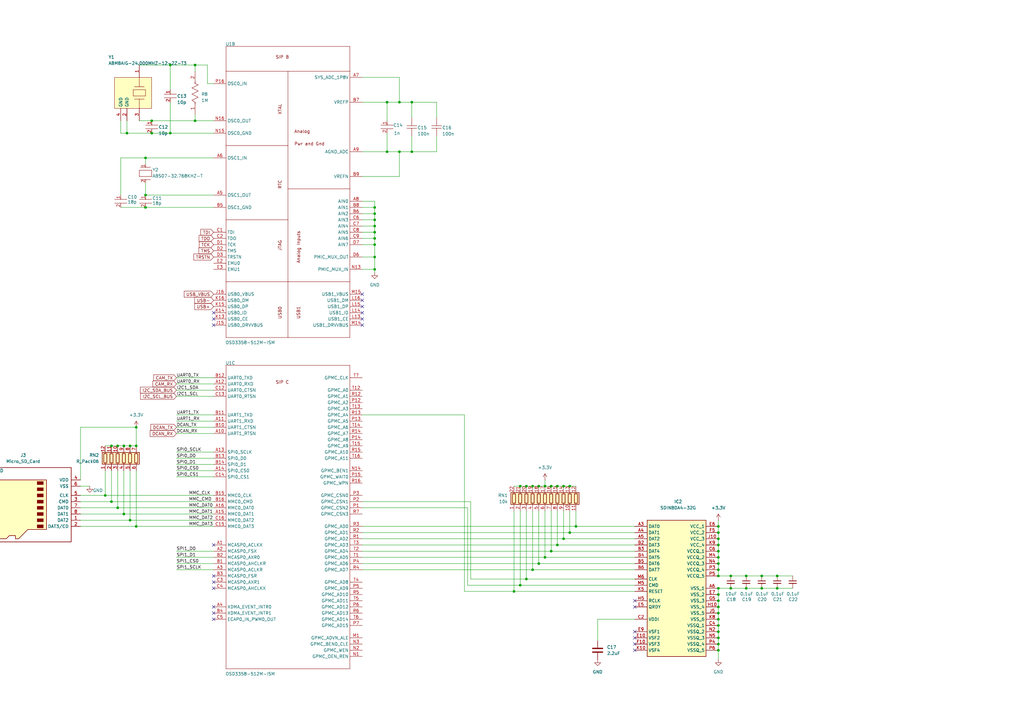
<source format=kicad_sch>
(kicad_sch (version 20231120) (generator "eeschema") (generator_version "8.0")
  (paper "A3")
  (junction (at 50.8 210.82))
  (junction (at 53.34 182.88))
  (junction (at 312.42 236.22))
  (junction (at 48.26 208.28))
  (junction (at 220.98 231.14))
  (junction (at 226.06 226.06))
  (junction (at 215.9 237.49))
  (junction (at 153.67 85.09))
  (junction (at 294.64 251.46))
  (junction (at 218.44 233.68))
  (junction (at 62.23 49.53))
  (junction (at 59.69 64.77))
  (junction (at 294.64 248.92))
  (junction (at 231.14 220.98))
  (junction (at 299.72 236.22))
  (junction (at 294.64 233.68))
  (junction (at 215.9 199.39))
  (junction (at 55.88 215.9))
  (junction (at 226.06 199.39))
  (junction (at 153.67 87.63))
  (junction (at 294.64 266.7))
  (junction (at 168.91 62.23))
  (junction (at 53.34 213.36))
  (junction (at 153.67 92.71))
  (junction (at 168.91 41.91))
  (junction (at 163.83 62.23))
  (junction (at 294.64 246.38))
  (junction (at 236.22 215.9))
  (junction (at 69.85 54.61))
  (junction (at 294.64 261.62))
  (junction (at 153.67 97.79))
  (junction (at 294.64 215.9))
  (junction (at 223.52 199.39))
  (junction (at 233.68 218.44))
  (junction (at 45.72 205.74))
  (junction (at 62.23 54.61))
  (junction (at 213.36 199.39))
  (junction (at 45.72 182.88))
  (junction (at 220.98 199.39))
  (junction (at 294.64 241.3))
  (junction (at 153.67 95.25))
  (junction (at 158.75 41.91))
  (junction (at 306.07 241.3))
  (junction (at 318.77 236.22))
  (junction (at 55.88 175.26))
  (junction (at 318.77 241.3))
  (junction (at 80.01 49.53))
  (junction (at 294.64 264.16))
  (junction (at 50.8 182.88))
  (junction (at 294.64 226.06))
  (junction (at 294.64 236.22))
  (junction (at 52.07 54.61))
  (junction (at 294.64 220.98))
  (junction (at 69.85 26.67))
  (junction (at 294.64 228.6))
  (junction (at 294.64 256.54))
  (junction (at 223.52 228.6))
  (junction (at 153.67 105.41))
  (junction (at 294.64 254))
  (junction (at 48.26 182.88))
  (junction (at 299.72 241.3))
  (junction (at 312.42 241.3))
  (junction (at 153.67 110.49))
  (junction (at 294.64 231.14))
  (junction (at 59.69 80.01))
  (junction (at 294.64 223.52))
  (junction (at 294.64 259.08))
  (junction (at 153.67 100.33))
  (junction (at 228.6 223.52))
  (junction (at 294.64 218.44))
  (junction (at 294.64 243.84))
  (junction (at 228.6 199.39))
  (junction (at 55.88 182.88))
  (junction (at 231.14 199.39))
  (junction (at 43.18 203.2))
  (junction (at 59.69 85.09))
  (junction (at 233.68 199.39))
  (junction (at 306.07 236.22))
  (junction (at 153.67 90.17))
  (junction (at 158.75 62.23))
  (junction (at 218.44 199.39))
  (junction (at 213.36 240.03))
  (junction (at 163.83 41.91))
  (junction (at 210.82 242.57))
  (junction (at 80.01 26.67))
  (no_connect (at 87.63 241.3))
  (no_connect (at 148.59 125.73))
  (no_connect (at 148.59 128.27))
  (no_connect (at 87.63 238.76))
  (no_connect (at 148.59 120.65))
  (no_connect (at 260.35 246.38))
  (no_connect (at 260.35 248.92))
  (no_connect (at 87.63 223.52))
  (no_connect (at 148.59 123.19))
  (no_connect (at 87.63 254))
  (no_connect (at 87.63 248.92))
  (no_connect (at 87.63 130.81))
  (no_connect (at 260.35 259.08))
  (no_connect (at 260.35 264.16))
  (no_connect (at 260.35 266.7))
  (no_connect (at 87.63 236.22))
  (no_connect (at 87.63 128.27))
  (no_connect (at 148.59 130.81))
  (no_connect (at 87.63 251.46))
  (no_connect (at 148.59 133.35))
  (no_connect (at 260.35 261.62))
  (no_connect (at 87.63 133.35))
  (wire (pts (xy 148.59 223.52) (xy 228.6 223.52)))
  (wire (pts (xy 33.02 213.36) (xy 53.34 213.36)))
  (wire (pts (xy 72.39 193.04) (xy 87.63 193.04)))
  (wire (pts (xy 36.83 199.39) (xy 33.02 199.39)))
  (wire (pts (xy 49.53 54.61) (xy 52.07 54.61)))
  (wire (pts (xy 43.18 203.2) (xy 87.63 203.2)))
  (wire (pts (xy 294.64 246.38) (xy 294.64 248.92)))
  (wire (pts (xy 190.5 242.57) (xy 210.82 242.57)))
  (wire (pts (xy 148.59 31.75) (xy 163.83 31.75)))
  (wire (pts (xy 163.83 72.39) (xy 163.83 62.23)))
  (wire (pts (xy 168.91 62.23) (xy 179.07 62.23)))
  (wire (pts (xy 72.39 175.26) (xy 87.63 175.26)))
  (wire (pts (xy 148.59 228.6) (xy 223.52 228.6)))
  (wire (pts (xy 312.42 241.3) (xy 306.07 241.3)))
  (wire (pts (xy 168.91 48.26) (xy 168.91 41.91)))
  (wire (pts (xy 163.83 62.23) (xy 168.91 62.23)))
  (wire (pts (xy 231.14 220.98) (xy 260.35 220.98)))
  (wire (pts (xy 33.02 203.2) (xy 43.18 203.2)))
  (wire (pts (xy 72.39 228.6) (xy 87.63 228.6)))
  (wire (pts (xy 193.04 205.74) (xy 193.04 237.49)))
  (wire (pts (xy 223.52 228.6) (xy 260.35 228.6)))
  (wire (pts (xy 306.07 236.22) (xy 312.42 236.22)))
  (wire (pts (xy 299.72 236.22) (xy 306.07 236.22)))
  (wire (pts (xy 148.59 82.55) (xy 153.67 82.55)))
  (wire (pts (xy 33.02 210.82) (xy 50.8 210.82)))
  (wire (pts (xy 294.64 241.3) (xy 294.64 243.84)))
  (wire (pts (xy 59.69 85.09) (xy 49.53 85.09)))
  (wire (pts (xy 33.02 175.26) (xy 55.88 175.26)))
  (wire (pts (xy 72.39 160.02) (xy 87.63 160.02)))
  (wire (pts (xy 223.52 209.55) (xy 223.52 228.6)))
  (wire (pts (xy 87.63 64.77) (xy 59.69 64.77)))
  (wire (pts (xy 53.34 182.88) (xy 55.88 182.88)))
  (wire (pts (xy 306.07 241.3) (xy 299.72 241.3)))
  (wire (pts (xy 48.26 193.04) (xy 48.26 208.28)))
  (wire (pts (xy 245.11 254) (xy 245.11 262.89)))
  (wire (pts (xy 158.75 41.91) (xy 163.83 41.91)))
  (wire (pts (xy 294.64 218.44) (xy 294.64 220.98)))
  (wire (pts (xy 294.64 226.06) (xy 294.64 228.6)))
  (wire (pts (xy 50.8 210.82) (xy 87.63 210.82)))
  (wire (pts (xy 148.59 90.17) (xy 153.67 90.17)))
  (wire (pts (xy 72.39 233.68) (xy 87.63 233.68)))
  (wire (pts (xy 318.77 236.22) (xy 325.12 236.22)))
  (wire (pts (xy 80.01 46.99) (xy 80.01 49.53)))
  (wire (pts (xy 215.9 199.39) (xy 218.44 199.39)))
  (wire (pts (xy 72.39 170.18) (xy 87.63 170.18)))
  (wire (pts (xy 148.59 100.33) (xy 153.67 100.33)))
  (wire (pts (xy 72.39 177.8) (xy 87.63 177.8)))
  (wire (pts (xy 148.59 110.49) (xy 153.67 110.49)))
  (wire (pts (xy 153.67 90.17) (xy 153.67 92.71)))
  (wire (pts (xy 294.64 231.14) (xy 294.64 233.68)))
  (wire (pts (xy 226.06 226.06) (xy 260.35 226.06)))
  (wire (pts (xy 53.34 193.04) (xy 53.34 213.36)))
  (wire (pts (xy 53.34 213.36) (xy 87.63 213.36)))
  (wire (pts (xy 72.39 154.94) (xy 87.63 154.94)))
  (wire (pts (xy 148.59 226.06) (xy 226.06 226.06)))
  (wire (pts (xy 148.59 208.28) (xy 191.77 208.28)))
  (wire (pts (xy 55.88 215.9) (xy 87.63 215.9)))
  (wire (pts (xy 213.36 240.03) (xy 260.35 240.03)))
  (wire (pts (xy 215.9 209.55) (xy 215.9 237.49)))
  (wire (pts (xy 148.59 95.25) (xy 153.67 95.25)))
  (wire (pts (xy 43.18 182.88) (xy 45.72 182.88)))
  (wire (pts (xy 87.63 85.09) (xy 59.69 85.09)))
  (wire (pts (xy 52.07 54.61) (xy 52.07 49.53)))
  (wire (pts (xy 158.75 62.23) (xy 158.75 54.61)))
  (wire (pts (xy 231.14 199.39) (xy 233.68 199.39)))
  (wire (pts (xy 220.98 209.55) (xy 220.98 231.14)))
  (wire (pts (xy 220.98 231.14) (xy 260.35 231.14)))
  (wire (pts (xy 179.07 41.91) (xy 179.07 48.26)))
  (wire (pts (xy 153.67 95.25) (xy 153.67 97.79)))
  (wire (pts (xy 210.82 199.39) (xy 213.36 199.39)))
  (wire (pts (xy 72.39 226.06) (xy 87.63 226.06)))
  (wire (pts (xy 45.72 205.74) (xy 87.63 205.74)))
  (wire (pts (xy 294.64 215.9) (xy 294.64 218.44)))
  (wire (pts (xy 55.88 193.04) (xy 55.88 215.9)))
  (wire (pts (xy 218.44 199.39) (xy 220.98 199.39)))
  (wire (pts (xy 312.42 236.22) (xy 318.77 236.22)))
  (wire (pts (xy 153.67 82.55) (xy 153.67 85.09)))
  (wire (pts (xy 190.5 170.18) (xy 190.5 242.57)))
  (wire (pts (xy 148.59 218.44) (xy 233.68 218.44)))
  (wire (pts (xy 148.59 87.63) (xy 153.67 87.63)))
  (wire (pts (xy 213.36 199.39) (xy 215.9 199.39)))
  (wire (pts (xy 85.09 26.67) (xy 80.01 26.67)))
  (wire (pts (xy 236.22 209.55) (xy 236.22 215.9)))
  (wire (pts (xy 153.67 92.71) (xy 153.67 95.25)))
  (wire (pts (xy 49.53 49.53) (xy 49.53 54.61)))
  (wire (pts (xy 148.59 220.98) (xy 231.14 220.98)))
  (wire (pts (xy 158.75 49.53) (xy 158.75 41.91)))
  (wire (pts (xy 148.59 92.71) (xy 153.67 92.71)))
  (wire (pts (xy 33.02 208.28) (xy 48.26 208.28)))
  (wire (pts (xy 294.64 243.84) (xy 294.64 246.38)))
  (wire (pts (xy 148.59 72.39) (xy 163.83 72.39)))
  (wire (pts (xy 168.91 41.91) (xy 179.07 41.91)))
  (wire (pts (xy 193.04 237.49) (xy 215.9 237.49)))
  (wire (pts (xy 318.77 241.3) (xy 312.42 241.3)))
  (wire (pts (xy 179.07 62.23) (xy 179.07 55.88)))
  (wire (pts (xy 62.23 54.61) (xy 69.85 54.61)))
  (wire (pts (xy 33.02 215.9) (xy 55.88 215.9)))
  (wire (pts (xy 294.64 259.08) (xy 294.64 261.62)))
  (wire (pts (xy 226.06 199.39) (xy 228.6 199.39)))
  (wire (pts (xy 294.64 266.7) (xy 294.64 270.51)))
  (wire (pts (xy 148.59 62.23) (xy 158.75 62.23)))
  (wire (pts (xy 59.69 64.77) (xy 59.69 67.31)))
  (wire (pts (xy 59.69 80.01) (xy 59.69 74.93)))
  (wire (pts (xy 218.44 233.68) (xy 260.35 233.68)))
  (wire (pts (xy 62.23 49.53) (xy 57.15 49.53)))
  (wire (pts (xy 72.39 172.72) (xy 87.63 172.72)))
  (wire (pts (xy 294.64 220.98) (xy 294.64 223.52)))
  (wire (pts (xy 294.64 236.22) (xy 299.72 236.22)))
  (wire (pts (xy 153.67 105.41) (xy 153.67 100.33)))
  (wire (pts (xy 85.09 34.29) (xy 85.09 26.67)))
  (wire (pts (xy 294.64 213.36) (xy 294.64 215.9)))
  (wire (pts (xy 49.53 80.01) (xy 49.53 64.77)))
  (wire (pts (xy 153.67 111.76) (xy 153.67 110.49)))
  (wire (pts (xy 231.14 209.55) (xy 231.14 220.98)))
  (wire (pts (xy 228.6 209.55) (xy 228.6 223.52)))
  (wire (pts (xy 87.63 49.53) (xy 80.01 49.53)))
  (wire (pts (xy 69.85 54.61) (xy 87.63 54.61)))
  (wire (pts (xy 191.77 208.28) (xy 191.77 240.03)))
  (wire (pts (xy 55.88 175.26) (xy 55.88 182.88)))
  (wire (pts (xy 148.59 205.74) (xy 193.04 205.74)))
  (wire (pts (xy 294.64 233.68) (xy 294.64 236.22)))
  (wire (pts (xy 69.85 41.91) (xy 69.85 54.61)))
  (wire (pts (xy 148.59 233.68) (xy 218.44 233.68)))
  (wire (pts (xy 57.15 26.67) (xy 69.85 26.67)))
  (wire (pts (xy 80.01 49.53) (xy 62.23 49.53)))
  (wire (pts (xy 223.52 199.39) (xy 226.06 199.39)))
  (wire (pts (xy 148.59 170.18) (xy 190.5 170.18)))
  (wire (pts (xy 294.64 254) (xy 294.64 256.54)))
  (wire (pts (xy 168.91 62.23) (xy 168.91 55.88)))
  (wire (pts (xy 223.52 196.85) (xy 223.52 199.39)))
  (wire (pts (xy 163.83 41.91) (xy 168.91 41.91)))
  (wire (pts (xy 220.98 199.39) (xy 223.52 199.39)))
  (wire (pts (xy 72.39 157.48) (xy 87.63 157.48)))
  (wire (pts (xy 153.67 85.09) (xy 153.67 87.63)))
  (wire (pts (xy 153.67 110.49) (xy 153.67 105.41)))
  (wire (pts (xy 294.64 264.16) (xy 294.64 266.7)))
  (wire (pts (xy 158.75 62.23) (xy 163.83 62.23)))
  (wire (pts (xy 294.64 223.52) (xy 294.64 226.06)))
  (wire (pts (xy 87.63 80.01) (xy 59.69 80.01)))
  (wire (pts (xy 80.01 26.67) (xy 80.01 29.21)))
  (wire (pts (xy 69.85 26.67) (xy 69.85 36.83)))
  (wire (pts (xy 72.39 185.42) (xy 87.63 185.42)))
  (wire (pts (xy 148.59 41.91) (xy 158.75 41.91)))
  (wire (pts (xy 210.82 209.55) (xy 210.82 242.57)))
  (wire (pts (xy 213.36 209.55) (xy 213.36 240.03)))
  (wire (pts (xy 48.26 208.28) (xy 87.63 208.28)))
  (wire (pts (xy 50.8 193.04) (xy 50.8 210.82)))
  (wire (pts (xy 148.59 215.9) (xy 236.22 215.9)))
  (wire (pts (xy 72.39 162.56) (xy 87.63 162.56)))
  (wire (pts (xy 69.85 26.67) (xy 80.01 26.67)))
  (wire (pts (xy 153.67 87.63) (xy 153.67 90.17)))
  (wire (pts (xy 294.64 256.54) (xy 294.64 259.08)))
  (wire (pts (xy 228.6 199.39) (xy 231.14 199.39)))
  (wire (pts (xy 218.44 209.55) (xy 218.44 233.68)))
  (wire (pts (xy 45.72 193.04) (xy 45.72 205.74)))
  (wire (pts (xy 294.64 251.46) (xy 294.64 254)))
  (wire (pts (xy 43.18 193.04) (xy 43.18 203.2)))
  (wire (pts (xy 148.59 105.41) (xy 153.67 105.41)))
  (wire (pts (xy 33.02 205.74) (xy 45.72 205.74)))
  (wire (pts (xy 226.06 209.55) (xy 226.06 226.06)))
  (wire (pts (xy 191.77 240.03) (xy 213.36 240.03)))
  (wire (pts (xy 236.22 215.9) (xy 260.35 215.9)))
  (wire (pts (xy 72.39 187.96) (xy 87.63 187.96)))
  (wire (pts (xy 233.68 199.39) (xy 236.22 199.39)))
  (wire (pts (xy 52.07 54.61) (xy 62.23 54.61)))
  (wire (pts (xy 87.63 34.29) (xy 85.09 34.29)))
  (wire (pts (xy 233.68 218.44) (xy 260.35 218.44)))
  (wire (pts (xy 215.9 237.49) (xy 260.35 237.49)))
  (wire (pts (xy 325.12 241.3) (xy 318.77 241.3)))
  (wire (pts (xy 294.64 228.6) (xy 294.64 231.14)))
  (wire (pts (xy 72.39 231.14) (xy 87.63 231.14)))
  (wire (pts (xy 48.26 182.88) (xy 50.8 182.88)))
  (wire (pts (xy 294.64 261.62) (xy 294.64 264.16)))
  (wire (pts (xy 294.64 248.92) (xy 294.64 251.46)))
  (wire (pts (xy 299.72 241.3) (xy 294.64 241.3)))
  (wire (pts (xy 148.59 97.79) (xy 153.67 97.79)))
  (wire (pts (xy 163.83 31.75) (xy 163.83 41.91)))
  (wire (pts (xy 228.6 223.52) (xy 260.35 223.52)))
  (wire (pts (xy 72.39 190.5) (xy 87.63 190.5)))
  (wire (pts (xy 72.39 195.58) (xy 87.63 195.58)))
  (wire (pts (xy 210.82 242.57) (xy 260.35 242.57)))
  (wire (pts (xy 153.67 97.79) (xy 153.67 100.33)))
  (wire (pts (xy 49.53 64.77) (xy 59.69 64.77)))
  (wire (pts (xy 45.72 182.88) (xy 48.26 182.88)))
  (wire (pts (xy 260.35 254) (xy 245.11 254)))
  (wire (pts (xy 148.59 85.09) (xy 153.67 85.09)))
  (wire (pts (xy 50.8 182.88) (xy 53.34 182.88)))
  (wire (pts (xy 233.68 209.55) (xy 233.68 218.44)))
  (wire (pts (xy 33.02 196.85) (xy 33.02 175.26)))
  (wire (pts (xy 148.59 231.14) (xy 220.98 231.14)))
  (label "UART0_TX" (at 72.39 154.94 0))
  (label "MMC_CLK" (at 77.47 203.2 0))
  (label "MMC_DAT1" (at 77.47 210.82 0))
  (label "I2C1_SDA" (at 72.39 160.02 0))
  (label "DCAN_RX" (at 72.39 177.8 0))
  (label "UART1_RX" (at 72.39 172.72 0))
  (label "I2C1_SCL" (at 72.39 162.56 0))
  (label "SPI0_D1" (at 72.39 190.5 0))
  (label "UART0_RX" (at 72.39 157.48 0))
  (label "UART1_TX" (at 72.39 170.18 0))
  (label "SPI0_D0" (at 72.39 187.96 0))
  (label "MMC_CMD" (at 77.47 205.74 0))
  (label "SPI1_SCLK" (at 72.39 233.68 0))
  (label "MMC_DAT2" (at 77.47 213.36 0))
  (label "SPI0_CS1" (at 72.39 195.58 0))
  (label "SPI1_D0" (at 72.39 226.06 0))
  (label "MMC_DAT3" (at 77.47 215.9 0))
  (label "SPI1_CS0" (at 72.39 231.14 0))
  (label "MMC_DAT0" (at 77.47 208.28 0))
  (label "DCAN_TX" (at 72.39 175.26 0))
  (label "SPI1_D1" (at 72.39 228.6 0))
  (label "SPI0_SCLK" (at 72.39 185.42 0))
  (label "SPI0_CS0" (at 72.39 193.04 0))
  (global_label "USB_VBUS" (shape input) (at 87.63 120.65 180) (property "Intersheetrefs" "${INTERSHEET_REFS}" (effects (hide yes))))
  (global_label "DCAN_RX" (shape input) (at 72.39 177.8 180) (property "Intersheetrefs" "${INTERSHEET_REFS}" (effects (hide yes))))
  (global_label "TRSTN" (shape input) (at 87.63 105.41 180) (property "Intersheetrefs" "${INTERSHEET_REFS}" (effects (hide yes))))
  (global_label "CAM_TX" (shape input) (at 72.39 154.94 180) (property "Intersheetrefs" "${INTERSHEET_REFS}" (effects (hide yes))))
  (global_label "TMS" (shape input) (at 87.63 102.87 180) (property "Intersheetrefs" "${INTERSHEET_REFS}" (effects (hide yes))))
  (global_label "I2C_SDA_BUS" (shape input) (at 72.39 160.02 180) (property "Intersheetrefs" "${INTERSHEET_REFS}" (effects (hide yes))))
  (global_label "TDO" (shape input) (at 87.63 97.79 180) (property "Intersheetrefs" "${INTERSHEET_REFS}" (effects (hide yes))))
  (global_label "TCK" (shape input) (at 87.63 100.33 180) (property "Intersheetrefs" "${INTERSHEET_REFS}" (effects (hide yes))))
  (global_label "CAM_RX" (shape input) (at 72.39 157.48 180) (property "Intersheetrefs" "${INTERSHEET_REFS}" (effects (hide yes))))
  (global_label "DCAN_TX" (shape input) (at 72.39 175.26 180) (property "Intersheetrefs" "${INTERSHEET_REFS}" (effects (hide yes))))
  (global_label "TDI" (shape input) (at 87.63 95.25 180) (property "Intersheetrefs" "${INTERSHEET_REFS}" (effects (hide yes))))
  (global_label "I2C_SCL_BUS" (shape input) (at 72.39 162.56 180) (property "Intersheetrefs" "${INTERSHEET_REFS}" (effects (hide yes))))
  (global_label "USB+" (shape input) (at 87.63 125.73 180) (property "Intersheetrefs" "${INTERSHEET_REFS}" (effects (hide yes))))
  (global_label "USB-" (shape input) (at 87.63 123.19 180) (property "Intersheetrefs" "${INTERSHEET_REFS}" (effects (hide yes))))
  (symbol (lib_id "power:GND") (at 153.67 111.76 0) (unit 1)
    (property "Reference" "#PWR016" (effects (hide yes)))
    (property "Value" "GND" (at 153.67 116.84 0))
    (property "Description" "Power symbol creates a global label with name \"GND\" , ground" (effects (hide yes)))
  )
  (symbol (lib_id "OSD3358-altium-import:root_1_1029c3af85768c4190bb7ad29bc67b5") (at 80.01 46.99 0) (unit 1)
    (property "Reference" "R8" (at 82.55 39.37 0) (effects (justify left bottom)))
    (property "Value" "1M" (at 82.55 41.91 0) (effects (justify left bottom)))
    (property "Footprint" "FP-ERJ3EK-IPC_C" (effects (hide yes)))
    (property "Description" "RES SMD 1M OHM 1% 1/10W 0603" (effects (hide yes)))
    (property "REACH SVHC" "No SVHC" (effects (hide yes)))
    (property "RADIATION HARDENING" "No" (effects (hide yes)))
    (property "FEATURES" "Automotive AEC-Q200" (effects (hide yes)))
    (property "CASE CODE (METRIC)" "1608" (effects (hide yes)))
    (property "RESISTANCE TOLERANCE" "1%" (effects (hide yes)))
    (property "CASE/PACKAGE" "0603" (effects (hide yes)))
    (property "TERMINATION" "SMD/SMT" (effects (hide yes)))
    (property "MAX OPERATING TEMPERATURE" "155°C" (effects (hide yes)))
    (property "TOLERANCE" "1%" (effects (hide yes)))
    (property "SIZE CODE" "0603" (effects (hide yes)))
    (property "RESISTANCE" "1MR" (effects (hide yes)))
    (property "CASE CODE (IMPERIAL)" "0603" (effects (hide yes)))
    (property "MIN OPERATING TEMPERATURE" "-55°C" (effects (hide yes)))
    (property "VOLTAGE RATING" "75V" (effects (hide yes)))
    (property "NUMBER OF PINS" "2" (effects (hide yes)))
    (property "TEMPERATURE COEFFICIENT" "100ppm/°C" (effects (hide yes)))
    (property "MOUNT" "Surface Mount" (effects (hide yes)))
    (property "PACKAGE QUANTITY" "1" (effects (hide yes)))
    (property "MILITARY STANDARD" "Not" (effects (hide yes)))
    (property "VOLTAGE RATING (DC)" "75V" (effects (hide yes)))
    (property "DEPTH" "0.8mm" (effects (hide yes)))
    (property "PACKAGING" "Tape and Reel" (effects (hide yes)))
    (property "WIDTH" "0.8mm" (effects (hide yes)))
    (property "NUMBER OF TERMINATIONS" "2" (effects (hide yes)))
    (property "POWER RATING" "100mW" (effects (hide yes)))
    (property "LENGTH" "1.6mm" (effects (hide yes)))
    (property "HEIGHT" "0.022inch" (effects (hide yes)))
    (property "ROHS COMPLIANT" "Yes" (effects (hide yes)))
    (property "RESISTOR TYPE" "Thick Film" (effects (hide yes)))
    (property "CONTACT PLATING" "Tin" (effects (hide yes)))
    (property "LEAD FREE" "Lead Free" (effects (hide yes)))
    (property "SERIES" "ERJ" (effects (hide yes)))
    (property "CONSTRUCTION" "Rectangular" (effects (hide yes)))
    (property "MAX POWER DISSIPATION" "100mW" (effects (hide yes)))
  )
  (symbol (lib_id "power:GND") (at 294.64 270.51 0) (unit 1)
    (property "Reference" "#PWR030" (effects (hide yes)))
    (property "Value" "GND" (at 294.64 275.59 0))
    (property "Description" "Power symbol creates a global label with name \"GND\" , ground" (effects (hide yes)))
  )
  (symbol (lib_id "Device:C_Small") (at 318.77 238.76 0) (unit 1)
    (property "Reference" "C21" (at 316.992 245.872 0) (effects (justify left)))
    (property "Value" "0.1uF" (at 316.23 243.586 0) (effects (justify left)))
    (property "Description" "Unpolarized capacitor, small symbol" (effects (hide yes)))
  )
  (symbol (lib_id "Connector:Micro_SD_Card") (at 10.16 208.28 180) (unit 1)
    (property "Reference" "J3" (at 9.525 186.69 0))
    (property "Value" "Micro_SD_Card" (at 9.525 189.23 0))
    (property "Datasheet" "http://katalog.we-online.de/em/datasheet/693072010801.pdf" (effects (hide yes)))
    (property "Description" "Micro SD Card Socket" (effects (hide yes)))
  )
  (symbol (lib_id "OSD3358-altium-import:root_3_5645ab55de99a04feaa93ac4102b7fe") (at 57.15 26.67 0) (unit 1)
    (property "Reference" "Y1" (at 44.45 24.13 0) (effects (justify left bottom)))
    (property "Value" "ABM8AIG-24.000MHZ-12-2Z-T3" (at 44.45 26.67 0) (effects (justify left bottom)))
    (property "Footprint" "FP-ABM8AIG-MFG" (effects (hide yes)))
    (property "Description" "Crystal 24MHz ±20ppm (Tol) ±50ppm (Stability) 12pF FUND 50Ω Automotive 4-Pin Ultra Mini-CSMD T/R" (effects (hide yes)))
    (property "SERIES" "ABM8AIG" (effects (hide yes)))
    (property "ROHS COMPLIANT" "Yes" (effects (hide yes)))
    (property "LOAD CAPACITANCE" "12pF" (effects (hide yes)))
    (property "HEIGHT" "0.031inch" (effects (hide yes)))
    (property "MIN OPERATING TEMPERATURE" "-40°C" (effects (hide yes)))
    (property "MOUNT" "Surface Mount" (effects (hide yes)))
    (property "PACKAGING" "Cut Tape" (effects (hide yes)))
    (property "RATINGS" "AEC-Q200" (effects (hide yes)))
    (property "CASE/PACKAGE" "SMD/SMT" (effects (hide yes)))
    (property "FREQUENCY STABILITY" "50ppm" (effects (hide yes)))
    (property "MAX OPERATING TEMPERATURE" "125°C" (effects (hide yes)))
    (property "LENGTH" "0.126inch" (effects (hide yes)))
    (property "ESR (EQUIVALENT SERIES RESISTANCE)" "50R" (effects (hide yes)))
    (property "FREQUENCY" "24MHz" (effects (hide yes)))
    (property "FREQUENCY TOLERANCE" "20ppm" (effects (hide yes)))
    (property "WIDTH" "0.098inch" (effects (hide yes)))
  )
  (symbol (lib_id "Device:C_Small") (at 299.72 238.76 0) (unit 1)
    (property "Reference" "C18" (at 297.942 245.872 0) (effects (justify left)))
    (property "Value" "10uF" (at 297.434 243.586 0) (effects (justify left)))
    (property "Description" "Unpolarized capacitor, small symbol" (effects (hide yes)))
  )
  (symbol (lib_id "Device:R_Pack06") (at 50.8 187.96 0) (unit 1)
    (property "Reference" "RN2" (at 40.64 186.6899 0) (effects (justify right)))
    (property "Value" "R_Pack06" (at 40.64 189.2299 0) (effects (justify right)))
    (property "Description" "6 resistor network, parallel topology" (effects (hide yes)))
  )
  (symbol (lib_id "Device:R_Pack11") (at 223.52 204.47 0) (unit 1)
    (property "Reference" "RN1" (at 208.28 203.1999 0) (effects (justify right)))
    (property "Value" "10k" (at 208.28 205.7399 0) (effects (justify right)))
    (property "Description" "11 resistor network, parallel topology" (effects (hide yes)))
  )
  (symbol (lib_id "OSD3358-altium-import:root_0_OSD3358-512M-ISM") (at 92.71 274.32 0) (unit 3)
    (property "Reference" "U1" (at 92.456 149.606 0) (effects (justify left bottom)))
    (property "Value" "OSD3358-512M-ISM" (at 92.456 277.114 0) (effects (justify left bottom)))
    (property "Footprint" "OSD335X-BGA-256" (effects (hide yes)))
    (property "Description" "OSD3358-512M-ISM SoM" (effects (hide yes)))
    (property "PACKAGE" "BGA-400 Octavo Systems" (effects (hide yes)))
    (property "SOURCE" "OSD3358-512M-ISM.SchLib" (effects (hide yes)))
    (property "ALTIUM_VALUE" "*" (effects (hide yes)))
    (property "MOUSER-PURCHASE-URL" "https://snapeda.com/shop?store=Mouser&id=2754256" (effects (hide yes)))
    (property "PRICE" "None" (effects (hide yes)))
    (property "DESIGN ITEM ID" "OSD3358-512M-ISM" (effects (hide yes)))
    (property "MF" "Octavo Systems" (effects (hide yes)))
    (property "DIGIKEY-PURCHASE-URL" "https://snapeda.com/shop?store=DigiKey&id=2754256" (effects (hide yes)))
    (property "PIN COUNT" "256" (effects (hide yes)))
    (property "SNAPEDA_LINK" "https://www.snapeda.com/parts/OSD3358-512M-ISM/Octavo%20Systems%20LLC/view-part/2754256/?ref=snap" (effects (hide yes)))
    (property "MP" "OSD3358-512M-ISM" (effects (hide yes)))
    (property "AVAILABILITY" "Warning" (effects (hide yes)))
    (property "COMPONENT TYPE" "Standard" (effects (hide yes)))
  )
  (symbol (lib_id "SamacSys_Parts:SDINBDA4-32G") (at 261.62 213.36 0) (unit 1)
    (property "Reference" "IC2" (at 278.13 205.74 0))
    (property "Value" "SDINBDA4-32G" (at 278.13 208.28 0))
    (property "Footprint" "BGA153C50P14X14_1150X1300X100" (effects (hide yes)))
    (property "Datasheet" "https://datasheet.lcsc.com/lcsc/2105241638_SANDISK-SDINBDA4-64G_C2830404.pdf" (effects (hide yes)))
    (property "Description" "eMMC 32GB iNAND 7550 eMMC 5.1 WD/SD" (effects (hide yes)))
    (property "Height" "1" (effects (hide yes)))
    (property "Mouser Part Number" "467-SDINBDA4-32G" (effects (hide yes)))
    (property "Mouser Price/Stock" "https://www.mouser.co.uk/ProductDetail/SanDisk/SDINBDA4-32G?qs=YCa%2FAAYMW03q0EIbjd%2FPfg%3D%3D" (effects (hide yes)))
    (property "Manufacturer_Name" "SanDisk" (effects (hide yes)))
    (property "Manufacturer_Part_Number" "SDINBDA4-32G" (effects (hide yes)))
  )
  (symbol (lib_id "power:+3.3V") (at 223.52 196.85 0) (unit 1)
    (property "Reference" "#PWR031" (effects (hide yes)))
    (property "Value" "+3.3V" (at 223.52 191.77 0))
    (property "Description" "Power symbol creates a global label with name \"+3.3V\"" (effects (hide yes)))
  )
  (symbol (lib_id "OSD3358-altium-import:root_0_b4654b650e69147ec39a6b967a45e02") (at 59.69 80.01 0) (unit 1)
    (property "Reference" "C11" (at 62.484 82.042 0) (effects (justify left bottom)))
    (property "Value" "18p" (at 62.484 84.074 0) (effects (justify left bottom)))
    (property "Footprint" "FP-0402-L_1_0_1-W_0_5_0_1-IPC_A" (effects (hide yes)))
    (property "Description" "General Purpose Ceramic Capacitor, 0402, 18pF, 1%, C0G, 30ppm/°C, 50V" (effects (hide yes)))
    (property "DEPTH" "0.5mm" (effects (hide yes)))
    (property "PACKAGING" "Tape and Reel" (effects (hide yes)))
    (property "NUMBER OF PINS" "2" (effects (hide yes)))
    (property "TOLERANCE" "1%" (effects (hide yes)))
    (property "MIN OPERATING TEMPERATURE" "-55°C" (effects (hide yes)))
    (property "CAPACITANCE" "18pF" (effects (hide yes)))
    (property "TERMINATION" "SMD/SMT" (effects (hide yes)))
    (property "LEAD FREE" "Lead Free" (effects (hide yes)))
    (property "CASE CODE (METRIC)" "1005" (effects (hide yes)))
    (property "RADIATION HARDENING" "No" (effects (hide yes)))
    (property "PACKAGE QUANTITY" "1" (effects (hide yes)))
    (property "MAX OPERATING TEMPERATURE" "125°C" (effects (hide yes)))
    (property "VOLTAGE RATING" "50V" (effects (hide yes)))
    (property "CONSTRUCTION" "Flat" (effects (hide yes)))
    (property "DIELECTRIC" "C0G" (effects (hide yes)))
    (property "LENGTH" "1mm" (effects (hide yes)))
    (property "REACH SVHC" "No SVHC" (effects (hide yes)))
    (property "CASE CODE (IMPERIAL)" "0402" (effects (hide yes)))
    (property "SERIES" "-" (effects (hide yes)))
    (property "ROHS COMPLIANT" "Yes" (effects (hide yes)))
    (property "VOLTAGE RATING (DC)" "50V" (effects (hide yes)))
    (property "MOUNT" "Surface Mount" (effects (hide yes)))
    (property "CASE/PACKAGE" "0402" (effects (hide yes)))
    (property "WIDTH" "0.5mm" (effects (hide yes)))
    (property "THICKNESS" "0.022inch" (effects (hide yes)))
    (property "CONTACT PLATING" "Tin" (effects (hide yes)))
  )
  (symbol (lib_id "Device:C_Small") (at 312.42 238.76 0) (unit 1)
    (property "Reference" "C20" (at 310.642 245.872 0) (effects (justify left)))
    (property "Value" "0.1uF" (at 309.88 243.586 0) (effects (justify left)))
    (property "Description" "Unpolarized capacitor, small symbol" (effects (hide yes)))
  )
  (symbol (lib_id "power:+3.3V") (at 55.88 175.26 0) (unit 1)
    (property "Reference" "#PWR032" (effects (hide yes)))
    (property "Value" "+3.3V" (at 55.88 170.18 0))
    (property "Description" "Power symbol creates a global label with name \"+3.3V\"" (effects (hide yes)))
  )
  (symbol (lib_id "power:+3.3V") (at 294.64 213.36 0) (unit 1)
    (property "Reference" "#PWR029" (effects (hide yes)))
    (property "Value" "+3.3V" (at 294.64 208.28 0))
    (property "Description" "Power symbol creates a global label with name \"+3.3V\"" (effects (hide yes)))
  )
  (symbol (lib_id "OSD3358-altium-import:root_0_b4654b650e69147ec39a6b967a45e02") (at 49.53 80.01 0) (unit 1)
    (property "Reference" "C10" (at 52.324 81.534 0) (effects (justify left bottom)))
    (property "Value" "18p" (at 52.324 83.566 0) (effects (justify left bottom)))
    (property "Footprint" "FP-0402-L_1_0_1-W_0_5_0_1-IPC_A" (effects (hide yes)))
    (property "Description" "General Purpose Ceramic Capacitor, 0402, 18pF, 1%, C0G, 30ppm/°C, 50V" (effects (hide yes)))
    (property "DEPTH" "0.5mm" (effects (hide yes)))
    (property "PACKAGING" "Tape and Reel" (effects (hide yes)))
    (property "NUMBER OF PINS" "2" (effects (hide yes)))
    (property "TOLERANCE" "1%" (effects (hide yes)))
    (property "MIN OPERATING TEMPERATURE" "-55°C" (effects (hide yes)))
    (property "CAPACITANCE" "18pF" (effects (hide yes)))
    (property "TERMINATION" "SMD/SMT" (effects (hide yes)))
    (property "LEAD FREE" "Lead Free" (effects (hide yes)))
    (property "CASE CODE (METRIC)" "1005" (effects (hide yes)))
    (property "RADIATION HARDENING" "No" (effects (hide yes)))
    (property "PACKAGE QUANTITY" "1" (effects (hide yes)))
    (property "MAX OPERATING TEMPERATURE" "125°C" (effects (hide yes)))
    (property "VOLTAGE RATING" "50V" (effects (hide yes)))
    (property "CONSTRUCTION" "Flat" (effects (hide yes)))
    (property "DIELECTRIC" "C0G" (effects (hide yes)))
    (property "LENGTH" "1mm" (effects (hide yes)))
    (property "REACH SVHC" "No SVHC" (effects (hide yes)))
    (property "CASE CODE (IMPERIAL)" "0402" (effects (hide yes)))
    (property "SERIES" "-" (effects (hide yes)))
    (property "ROHS COMPLIANT" "Yes" (effects (hide yes)))
    (property "VOLTAGE RATING (DC)" "50V" (effects (hide yes)))
    (property "MOUNT" "Surface Mount" (effects (hide yes)))
    (property "CASE/PACKAGE" "0402" (effects (hide yes)))
    (property "WIDTH" "0.5mm" (effects (hide yes)))
    (property "THICKNESS" "0.022inch" (effects (hide yes)))
    (property "CONTACT PLATING" "Tin" (effects (hide yes)))
  )
  (symbol (lib_id "Device:C_Small") (at 325.12 238.76 0) (unit 1)
    (property "Reference" "C22" (at 323.342 245.872 0) (effects (justify left)))
    (property "Value" "0.1uF" (at 322.58 243.586 0) (effects (justify left)))
    (property "Description" "Unpolarized capacitor, small symbol" (effects (hide yes)))
  )
  (symbol (lib_id "Device:C_Small") (at 306.07 238.76 0) (unit 1)
    (property "Reference" "C19" (at 304.292 245.872 0) (effects (justify left)))
    (property "Value" "0.1uF" (at 303.53 243.586 0) (effects (justify left)))
    (property "Description" "Unpolarized capacitor, small symbol" (effects (hide yes)))
  )
  (symbol (lib_id "OSD3358-altium-import:root_1_CAP_0") (at 176.53 53.34 0) (unit 1)
    (property "Reference" "C16" (at 181.356 53.086 0) (effects (justify left bottom)))
    (property "Value" "100n" (at 181.356 55.626 0) (effects (justify left bottom)))
    (property "Footprint" "CAPC0603X33X15LL03T05" (effects (hide yes)))
    (property "PART NUMBER" "02016D104KAT2A" (effects (hide yes)))
    (property "MANUFACTURER" "AVX Interconnect / Elco" (effects (hide yes)))
  )
  (symbol (lib_id "OSD3358-altium-import:root_1_CAP_0") (at 166.37 53.34 0) (unit 1)
    (property "Reference" "C15" (at 171.196 53.086 0) (effects (justify left bottom)))
    (property "Value" "100n" (at 171.196 55.626 0) (effects (justify left bottom)))
    (property "Footprint" "CAPC0603X33X15LL03T05" (effects (hide yes)))
    (property "PART NUMBER" "02016D104KAT2A" (effects (hide yes)))
    (property "MANUFACTURER" "AVX Interconnect / Elco" (effects (hide yes)))
  )
  (symbol (lib_id "OSD3358-altium-import:root_0_b4654b650e69147ec39a6b967a45e02") (at 69.85 36.83 0) (unit 1)
    (property "Reference" "C13" (at 72.644 40.132 0) (effects (justify left bottom)))
    (property "Value" "10p" (at 72.644 42.672 0) (effects (justify left bottom)))
    (property "Footprint" "FP-C0402-BB-MFG" (effects (hide yes)))
    (property "Description" "CAP CER 10PF 25V 5% NP0 0402" (effects (hide yes)))
    (property "OCTOPART" "https://octopart.com/c0402c100j3gactu-kemet-9138549" (effects (hide yes)))
    (property "LEAD FREE" "Yes" (effects (hide yes)))
    (property "AUTOMOTIVE" "No" (effects (hide yes)))
    (property "ALTIUM_VALUE" "10 pF" (effects (hide yes)))
    (property "VOLTAGE RATING" "25 V" (effects (hide yes)))
    (property "TEMPERATURE CHARACTERISTIC" "C0G" (effects (hide yes)))
    (property "ROHS" "TRUE" (effects (hide yes)))
    (property "DEVICE CLASS L2" "Capacitors" (effects (hide yes)))
    (property "MATERIAL" "Ceramic" (effects (hide yes)))
    (property "CAPACITANCE" "10 pF" (effects (hide yes)))
    (property "CATEGORY" "Cap" (effects (hide yes)))
    (property "TEMPERATURE RANGE HIGH" "+125°C" (effects (hide yes)))
    (property "COMPONENTLINK2URL" "https://content.kemet.com/datasheets/KEM_C1002_X7R_SMD.pdf" (effects (hide yes)))
    (property "TEMPERATURE" "-55°C to +125°C" (effects (hide yes)))
    (property "TEMPERATURE RANGE LOW" "-55°C" (effects (hide yes)))
    (property "DEVICE CLASS L3" "Ceramic Capacitors" (effects (hide yes)))
    (property "DEVICE CLASS L1" "Passive Components" (effects (hide yes)))
    (property "MOUSER DESCRIPTION" "Multilayer Ceramic Capacitors MLCC - SMD/SMT 25volts 10pF C0G 5%" (effects (hide yes)))
    (property "COMPONENTLINK2DESCRIPTION" "Datasheet" (effects (hide yes)))
    (property "MANUFACTURER PART NUMBER" "C0402C100J3GACTU" (effects (hide yes)))
    (property "MANUFACTURER" "Kemet" (effects (hide yes)))
    (property "PACKAGE" "C0402-BB" (effects (hide yes)))
    (property "TEMPERATURE COEFFICIENT" "15%" (effects (hide yes)))
    (property "HEIGHT" "0.55mm" (effects (hide yes)))
    (property "TOLERANCE" "0.05" (effects (hide yes)))
    (property "IPC LAND PATTERN NAME" "CAPC10050X50" (effects (hide yes)))
    (property "DIGIKEY DESCRIPTION" "CAP CER 10PF 25V 5% NP0 0402" (effects (hide yes)))
  )
  (symbol (lib_id "OSD3358-altium-import:root_0_OSD3358-512M-ISM") (at 92.71 138.43 0) (unit 2)
    (property "Reference" "U1" (at 92.456 18.796 0) (effects (justify left bottom)))
    (property "Value" "OSD3358-512M-ISM" (at 92.456 141.224 0) (effects (justify left bottom)))
    (property "Footprint" "OSD335X-BGA-256" (effects (hide yes)))
    (property "Description" "OSD3358-512M-ISM SoM" (effects (hide yes)))
    (property "PACKAGE" "BGA-400 Octavo Systems" (effects (hide yes)))
    (property "SOURCE" "OSD3358-512M-ISM.SchLib" (effects (hide yes)))
    (property "ALTIUM_VALUE" "*" (effects (hide yes)))
    (property "MOUSER-PURCHASE-URL" "https://snapeda.com/shop?store=Mouser&id=2754256" (effects (hide yes)))
    (property "PRICE" "None" (effects (hide yes)))
    (property "DESIGN ITEM ID" "OSD3358-512M-ISM" (effects (hide yes)))
    (property "MF" "Octavo Systems" (effects (hide yes)))
    (property "DIGIKEY-PURCHASE-URL" "https://snapeda.com/shop?store=DigiKey&id=2754256" (effects (hide yes)))
    (property "PIN COUNT" "256" (effects (hide yes)))
    (property "SNAPEDA_LINK" "https://www.snapeda.com/parts/OSD3358-512M-ISM/Octavo%20Systems%20LLC/view-part/2754256/?ref=snap" (effects (hide yes)))
    (property "MP" "OSD3358-512M-ISM" (effects (hide yes)))
    (property "AVAILABILITY" "Warning" (effects (hide yes)))
    (property "COMPONENT TYPE" "Standard" (effects (hide yes)))
  )
  (symbol (lib_id "OSD3358-altium-import:root_0_b4654b650e69147ec39a6b967a45e02") (at 62.23 49.53 0) (unit 1)
    (property "Reference" "C12" (at 65.024 52.832 0) (effects (justify left bottom)))
    (property "Value" "10p" (at 65.024 55.372 0) (effects (justify left bottom)))
    (property "Footprint" "FP-C0402-BB-MFG" (effects (hide yes)))
    (property "Description" "CAP CER 10PF 25V 5% NP0 0402" (effects (hide yes)))
    (property "OCTOPART" "https://octopart.com/c0402c100j3gactu-kemet-9138549" (effects (hide yes)))
    (property "LEAD FREE" "Yes" (effects (hide yes)))
    (property "AUTOMOTIVE" "No" (effects (hide yes)))
    (property "ALTIUM_VALUE" "10 pF" (effects (hide yes)))
    (property "VOLTAGE RATING" "25 V" (effects (hide yes)))
    (property "TEMPERATURE CHARACTERISTIC" "C0G" (effects (hide yes)))
    (property "ROHS" "TRUE" (effects (hide yes)))
    (property "DEVICE CLASS L2" "Capacitors" (effects (hide yes)))
    (property "MATERIAL" "Ceramic" (effects (hide yes)))
    (property "CAPACITANCE" "10 pF" (effects (hide yes)))
    (property "CATEGORY" "Cap" (effects (hide yes)))
    (property "TEMPERATURE RANGE HIGH" "+125°C" (effects (hide yes)))
    (property "COMPONENTLINK2URL" "https://content.kemet.com/datasheets/KEM_C1002_X7R_SMD.pdf" (effects (hide yes)))
    (property "TEMPERATURE" "-55°C to +125°C" (effects (hide yes)))
    (property "TEMPERATURE RANGE LOW" "-55°C" (effects (hide yes)))
    (property "DEVICE CLASS L3" "Ceramic Capacitors" (effects (hide yes)))
    (property "DEVICE CLASS L1" "Passive Components" (effects (hide yes)))
    (property "MOUSER DESCRIPTION" "Multilayer Ceramic Capacitors MLCC - SMD/SMT 25volts 10pF C0G 5%" (effects (hide yes)))
    (property "COMPONENTLINK2DESCRIPTION" "Datasheet" (effects (hide yes)))
    (property "MANUFACTURER PART NUMBER" "C0402C100J3GACTU" (effects (hide yes)))
    (property "MANUFACTURER" "Kemet" (effects (hide yes)))
    (property "PACKAGE" "C0402-BB" (effects (hide yes)))
    (property "TEMPERATURE COEFFICIENT" "15%" (effects (hide yes)))
    (property "HEIGHT" "0.55mm" (effects (hide yes)))
    (property "TOLERANCE" "0.05" (effects (hide yes)))
    (property "IPC LAND PATTERN NAME" "CAPC10050X50" (effects (hide yes)))
    (property "DIGIKEY DESCRIPTION" "CAP CER 10PF 25V 5% NP0 0402" (effects (hide yes)))
  )
  (symbol (lib_id "OSD3358-altium-import:root_3_c23a69dc6c9e2f18f2079038eb95dd1") (at 59.69 67.31 0) (unit 1)
    (property "Reference" "Y2" (at 62.484 70.358 0) (effects (justify left bottom)))
    (property "Value" "ABS07-32.768KHZ-T" (at 62.484 72.898 0) (effects (justify left bottom)))
    (property "Footprint" "FP-ABS07-MFG" (effects (hide yes)))
    (property "Description" "Crystal 32.768kHz ±20ppm (Tol) 12.5pF FUND 70kΩ 2-Pin CSMD T/R" (effects (hide yes)))
    (property "RADIATION HARDENING" "No" (effects (hide yes)))
    (property "FREQUENCY" "32.768kHz" (effects (hide yes)))
    (property "LENGTH" "3.2mm" (effects (hide yes)))
    (property "MAX OPERATING TEMPERATURE" "85°C" (effects (hide yes)))
    (property "NUMBER OF PINS" "2" (effects (hide yes)))
    (property "ESR (EQUIVALENT SERIES RESISTANCE)" "70kR" (effects (hide yes)))
    (property "SERIES" "ABS07" (effects (hide yes)))
    (property "MIN OPERATING TEMPERATURE" "-40°C" (effects (hide yes)))
    (property "FREQUENCY TOLERANCE" "20ppm" (effects (hide yes)))
    (property "PACKAGING" "Tape and Reel" (effects (hide yes)))
    (property "HEIGHT" "0.9mm" (effects (hide yes)))
    (property "WIDTH" "1.5mm" (effects (hide yes)))
    (property "DEPTH" "1.5mm" (effects (hide yes)))
    (property "LOAD CAPACITANCE" "12.5pF" (effects (hide yes)))
    (property "ROHS COMPLIANT" "Yes" (effects (hide yes)))
    (property "TOLERANCE" "20ppm" (effects (hide yes)))
    (property "TERMINATION" "SMD/SMT" (effects (hide yes)))
    (property "LEAD FREE" "Lead Free" (effects (hide yes)))
    (property "SERIES RESISTANCE" "70kR" (effects (hide yes)))
    (property "REACH SVHC" "No SVHC" (effects (hide yes)))
    (property "CASE/PACKAGE" "CSMD" (effects (hide yes)))
    (property "OPERATING FREQUENCY" "32.768 kHz" (effects (hide yes)))
    (property "PACKAGE QUANTITY" "3000" (effects (hide yes)))
  )
  (symbol (lib_id "power:GND") (at 245.11 270.51 0) (unit 1)
    (property "Reference" "#PWR028" (effects (hide yes)))
    (property "Value" "GND" (at 245.11 275.59 0))
    (property "Description" "Power symbol creates a global label with name \"GND\" , ground" (effects (hide yes)))
  )
  (symbol (lib_id "power:GND") (at 36.83 199.39 0) (unit 1)
    (property "Reference" "#PWR033" (effects (hide yes)))
    (property "Value" "GND" (at 40.132 201.168 0))
    (property "Description" "Power symbol creates a global label with name \"GND\" , ground" (effects (hide yes)))
  )
  (symbol (lib_id "Device:C") (at 245.11 266.7 0) (unit 1)
    (property "Reference" "C17" (at 248.92 265.4299 0) (effects (justify left)))
    (property "Value" "2.2uF" (at 248.92 267.9699 0) (effects (justify left)))
    (property "Description" "Unpolarized capacitor" (effects (hide yes)))
  )
  (symbol (lib_id "OSD3358-altium-import:root_0_b4654b650e69147ec39a6b967a45e02") (at 158.75 49.53 0) (unit 1)
    (property "Reference" "C14" (at 161.29 52.07 0) (effects (justify left bottom)))
    (property "Value" "1n" (at 161.544 55.372 0) (effects (justify left bottom)))
    (property "Footprint" "FP-GRM033-0_03-MFG" (effects (hide yes)))
    (property "Description" "Chip Multilayer Ceramic Capacitors for General Purpose, 0201, 1000pF, X7R, 15%, 10%, 25V" (effects (hide yes)))
    (property "CAPACITANCE" "1nF" (effects (hide yes)))
    (property "MAX OPERATING TEMPERATURE" "125°C" (effects (hide yes)))
    (property "MATERIAL" "Ceramic" (effects (hide yes)))
    (property "LEAD FREE" "Lead Free" (effects (hide yes)))
    (property "RADIATION HARDENING" "No" (effects (hide yes)))
    (property "DIELECTRIC" "X7R" (effects (hide yes)))
    (property "HEIGHT" "0.3mm" (effects (hide yes)))
    (property "MOUNT" "Surface Mount" (effects (hide yes)))
    (property "PACKAGING" "Tape and Reel" (effects (hide yes)))
    (property "TERMINATION" "SMD/SMT" (effects (hide yes)))
    (property "THICKNESS" "0.013inch" (effects (hide yes)))
    (property "CASE CODE (METRIC)" "0603" (effects (hide yes)))
    (property "TOLERANCE" "10%" (effects (hide yes)))
    (property "VOLTAGE RATING (DC)" "25V" (effects (hide yes)))
    (property "REACH SVHC" "No SVHC" (effects (hide yes)))
    (property "PACKAGE QUANTITY" "1" (effects (hide yes)))
    (property "DEPTH" "0.3mm" (effects (hide yes)))
    (property "VOLTAGE" "25V" (effects (hide yes)))
    (property "CASE/PACKAGE" "0201" (effects (hide yes)))
    (property "CASE CODE (IMPERIAL)" "0201" (effects (hide yes)))
    (property "VOLTAGE RATING" "25V" (effects (hide yes)))
    (property "MIN OPERATING TEMPERATURE" "-55°C" (effects (hide yes)))
    (property "LENGTH" "0.6mm" (effects (hide yes)))
    (property "WIDTH" "0.012inch" (effects (hide yes)))
  )
)
</source>
